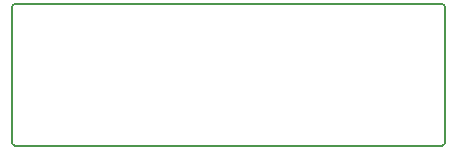
<source format=gm1>
G04 #@! TF.FileFunction,Profile,NP*
%FSLAX46Y46*%
G04 Gerber Fmt 4.6, Leading zero omitted, Abs format (unit mm)*
G04 Created by KiCad (PCBNEW 4.1.0-alpha+201608131231+7028~46~ubuntu16.04.1-product) date Sun Aug 14 13:26:06 2016*
%MOMM*%
%LPD*%
G01*
G04 APERTURE LIST*
%ADD10C,0.100000*%
%ADD11C,0.150000*%
G04 APERTURE END LIST*
D10*
D11*
X114700000Y-76400000D02*
X78600000Y-76400000D01*
X115000000Y-88100000D02*
X115000000Y-76700000D01*
X114700000Y-88400000D02*
X78600000Y-88400000D01*
X114700000Y-88400000D02*
G75*
G03X115000000Y-88100000I0J300000D01*
G01*
X115000000Y-76700000D02*
G75*
G03X114700000Y-76400000I-300000J0D01*
G01*
X78300000Y-76700000D02*
X78300000Y-88100000D01*
X78600000Y-76400000D02*
G75*
G03X78300000Y-76700000I0J-300000D01*
G01*
X78300000Y-88100000D02*
G75*
G03X78600000Y-88400000I300000J0D01*
G01*
M02*

</source>
